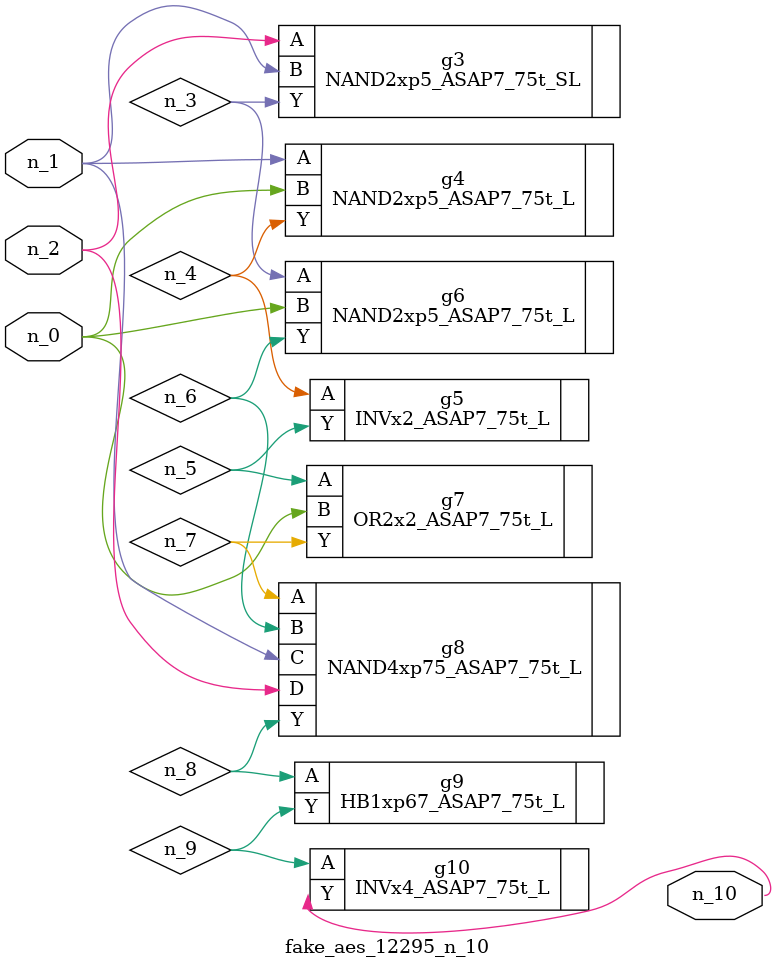
<source format=v>
module fake_aes_12295_n_10 (n_1, n_2, n_0, n_10);
input n_1;
input n_2;
input n_0;
output n_10;
wire n_6;
wire n_4;
wire n_3;
wire n_9;
wire n_5;
wire n_7;
wire n_8;
NAND2xp5_ASAP7_75t_SL g3 ( .A(n_2), .B(n_1), .Y(n_3) );
NAND2xp5_ASAP7_75t_L g4 ( .A(n_1), .B(n_0), .Y(n_4) );
INVx2_ASAP7_75t_L g5 ( .A(n_4), .Y(n_5) );
NAND2xp5_ASAP7_75t_L g6 ( .A(n_3), .B(n_0), .Y(n_6) );
OR2x2_ASAP7_75t_L g7 ( .A(n_5), .B(n_0), .Y(n_7) );
NAND4xp75_ASAP7_75t_L g8 ( .A(n_7), .B(n_6), .C(n_1), .D(n_2), .Y(n_8) );
HB1xp67_ASAP7_75t_L g9 ( .A(n_8), .Y(n_9) );
INVx4_ASAP7_75t_L g10 ( .A(n_9), .Y(n_10) );
endmodule
</source>
